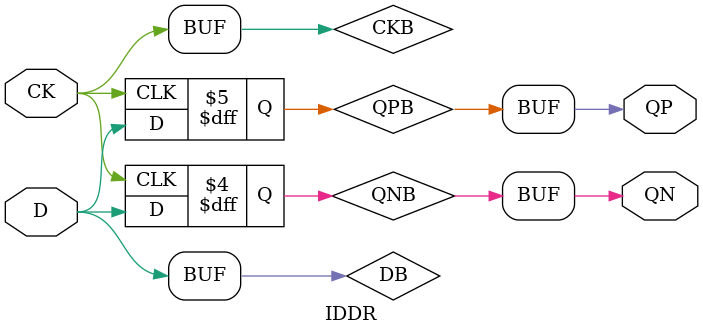
<source format=v>
`resetall
`timescale 1 ns / 1 ps

`celldefine

module IDDR (D, CK, QP, QN);  

input  D, CK;
output QP, QN;
reg  QPB, QNB;

   buf (DB, D);
   buf (CKB, CK);
   buf (QN, QNB);
   buf (QP, QPB);

initial
begin
QPB = 1'b0;
QNB = 1'b0;
end

   always @ (posedge CKB) 
   begin
          QPB <= DB;
   end

   always @ (negedge CKB) 
   begin
          QNB <= DB;
   end


endmodule

`endcelldefine


</source>
